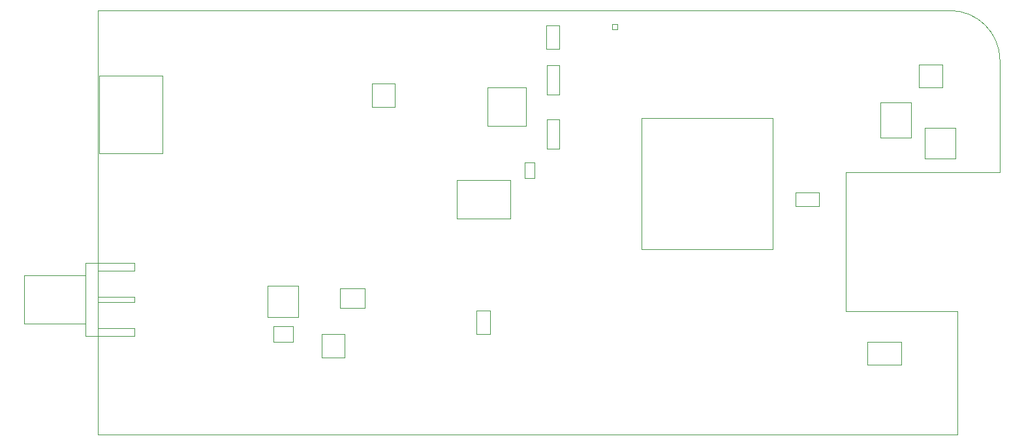
<source format=gbr>
G04 (created by PCBNEW (2013-mar-25)-stable) date Thursday, May 07, 2015 03:34:48 PM*
%MOIN*%
G04 Gerber Fmt 3.4, Leading zero omitted, Abs format*
%FSLAX34Y34*%
G01*
G70*
G90*
G04 APERTURE LIST*
%ADD10C,0.006*%
%ADD11C,0.000393701*%
%ADD12C,4.72441e-06*%
%ADD13C,0.000787402*%
G04 APERTURE END LIST*
G54D10*
G54D11*
X33208Y-31889D02*
X33208Y-35826D01*
X33208Y-35826D02*
X29980Y-35826D01*
X29980Y-35826D02*
X29980Y-31889D01*
X29980Y-31889D02*
X33208Y-31889D01*
X72145Y-34547D02*
X73720Y-34547D01*
X73720Y-34547D02*
X73720Y-36122D01*
X73720Y-36122D02*
X72145Y-36122D01*
X72145Y-36122D02*
X72145Y-34547D01*
X42519Y-46259D02*
X41338Y-46259D01*
X41338Y-46259D02*
X41338Y-45078D01*
X41338Y-45078D02*
X42519Y-45078D01*
X42519Y-45078D02*
X42519Y-46259D01*
X43543Y-43730D02*
X42283Y-43730D01*
X42283Y-43730D02*
X42283Y-42746D01*
X42283Y-42746D02*
X43543Y-42746D01*
X43543Y-42746D02*
X43543Y-43730D01*
X38877Y-44685D02*
X39862Y-44685D01*
X39862Y-44685D02*
X39862Y-45472D01*
X39862Y-45472D02*
X38877Y-45472D01*
X38877Y-45472D02*
X38877Y-44685D01*
X52834Y-34094D02*
X53464Y-34094D01*
X53464Y-34094D02*
X53464Y-35590D01*
X53464Y-35590D02*
X52834Y-35590D01*
X52834Y-35590D02*
X52834Y-34094D01*
X52834Y-31338D02*
X53464Y-31338D01*
X53464Y-31338D02*
X53464Y-32834D01*
X53464Y-32834D02*
X52834Y-32834D01*
X52834Y-32834D02*
X52834Y-31338D01*
X48228Y-39173D02*
X50984Y-39173D01*
X48228Y-39173D02*
X48228Y-37204D01*
G54D12*
X50984Y-37204D02*
X50984Y-39173D01*
G54D11*
X48228Y-37204D02*
X50984Y-37204D01*
X49803Y-32480D02*
X51771Y-32480D01*
X51771Y-32480D02*
X51771Y-34448D01*
X51771Y-34448D02*
X49803Y-34448D01*
X49803Y-34448D02*
X49803Y-32480D01*
X65541Y-38533D02*
X65541Y-37844D01*
X65541Y-37844D02*
X66742Y-37844D01*
X66742Y-37844D02*
X66742Y-38533D01*
X66742Y-38533D02*
X65541Y-38533D01*
X49950Y-45088D02*
X49261Y-45088D01*
X49261Y-45088D02*
X49261Y-43887D01*
X49261Y-43887D02*
X49950Y-43887D01*
X49950Y-43887D02*
X49950Y-45088D01*
X53494Y-30521D02*
X52805Y-30521D01*
X52805Y-30521D02*
X52805Y-29320D01*
X52805Y-29320D02*
X53494Y-29320D01*
X53494Y-29320D02*
X53494Y-30521D01*
X57677Y-40748D02*
X57677Y-34055D01*
X57677Y-34055D02*
X64370Y-34055D01*
X64370Y-34055D02*
X64370Y-40748D01*
X64370Y-40748D02*
X57677Y-40748D01*
X71850Y-31299D02*
X73031Y-31299D01*
X73031Y-31299D02*
X73031Y-32480D01*
X73031Y-32480D02*
X71850Y-32480D01*
X71850Y-32480D02*
X71850Y-31299D01*
X38582Y-42618D02*
X40157Y-42618D01*
X40157Y-42618D02*
X40157Y-44192D01*
X40157Y-44192D02*
X38582Y-44192D01*
X38582Y-44192D02*
X38582Y-42618D01*
X43897Y-33464D02*
X43897Y-32283D01*
X43897Y-32283D02*
X45078Y-32283D01*
X45078Y-32283D02*
X45078Y-33464D01*
X45078Y-33464D02*
X43897Y-33464D01*
X29921Y-28543D02*
X29921Y-50196D01*
X29921Y-50196D02*
X73818Y-50196D01*
X73818Y-50196D02*
X73818Y-43897D01*
X73818Y-43897D02*
X68110Y-43897D01*
X68110Y-36811D02*
X68110Y-43897D01*
X75984Y-36811D02*
X75984Y-31102D01*
X75984Y-36811D02*
X68110Y-36811D01*
X29921Y-28543D02*
X73425Y-28543D01*
X75984Y-31102D02*
G75*
G03X73425Y-28543I-2559J0D01*
G74*
G01*
X56180Y-29245D02*
X56430Y-29245D01*
X56430Y-29245D02*
X56430Y-29495D01*
X56430Y-29495D02*
X56180Y-29495D01*
X56180Y-29495D02*
X56180Y-29245D01*
X70944Y-46653D02*
X69212Y-46653D01*
X69212Y-46653D02*
X69212Y-45472D01*
X69212Y-45472D02*
X70944Y-45472D01*
X70944Y-45472D02*
X70944Y-46653D01*
X51722Y-36318D02*
X51722Y-37106D01*
X51722Y-37106D02*
X52214Y-37106D01*
X52214Y-37106D02*
X52214Y-36318D01*
X52214Y-36318D02*
X51722Y-36318D01*
X69893Y-35053D02*
X69893Y-33253D01*
X69893Y-33253D02*
X71444Y-33253D01*
X71444Y-33253D02*
X71444Y-35053D01*
X71444Y-35053D02*
X69893Y-35053D01*
G54D13*
X29271Y-42066D02*
X26161Y-42066D01*
X26161Y-42066D02*
X26161Y-44547D01*
X26161Y-44547D02*
X29271Y-44547D01*
X31791Y-41832D02*
X31791Y-41431D01*
X31791Y-41431D02*
X29271Y-41431D01*
X29271Y-41431D02*
X29271Y-45183D01*
X29271Y-45183D02*
X31791Y-45183D01*
X31791Y-44781D02*
X31791Y-45183D01*
X29921Y-41832D02*
X31791Y-41832D01*
X29921Y-41832D02*
X29921Y-44781D01*
X29921Y-44781D02*
X31791Y-44781D01*
X29921Y-43157D02*
X31791Y-43157D01*
X29921Y-43456D02*
X31791Y-43456D01*
X31791Y-43157D02*
X31791Y-43456D01*
M02*

</source>
